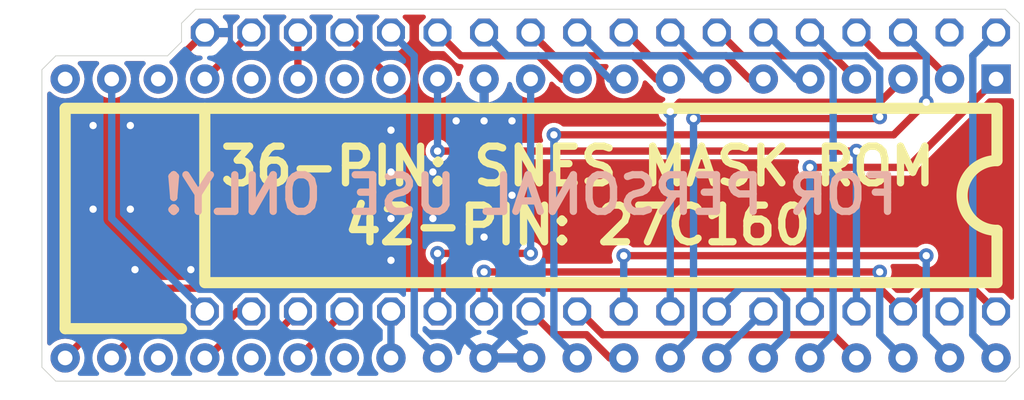
<source format=kicad_pcb>
(kicad_pcb (version 20240108) (generator "pcbnew") (generator_version "8.0")
  (layers (0 "F.Cu" signal) (31 "B.Cu" signal) (34 "B.Paste" user) (35 "F.Paste" user) (36 "B.SilkS" user "B.Silkscreen") (37 "F.SilkS" user "F.Silkscreen") (38 "B.Mask" user) (39 "F.Mask" user) (44 "Edge.Cuts" user))
  (net 0 "")
  (net 1 "VCC")
  (net 2 "GND")
  (net 3 "/~{OE}")
  (net 4 "/A_{17}")
  (net 5 "/A_{15}")
  (net 6 "/A_{14}")
  (net 7 "/A_{19}")
  (net 8 "/D_{6}")
  (net 9 "/D_{2}")
  (net 10 "/A_{8}")
  (net 12 "/~{CE}")
  (net 13 "/D_{1}")
  (net 14 "/A_{3}")
  (net 15 "/A_{7}")
  (net 16 "/A_{5}")
  (net 17 "/D_{4}")
  (net 18 "/D_{0}")
  (net 19 "/A_{20}")
  (net 20 "/A_{6}")
  (net 21 "/A_{12}")
  (net 22 "/D_{3}")
  (net 23 "/A_{0}")
  (net 24 "/A_{10}")
  (net 25 "/A_{18}")
  (net 26 "/A_{4}")
  (net 27 "/A_{11}")
  (net 28 "/A_{16}")
  (net 30 "/A_{1}")
  (net 31 "/D_{5}")
  (net 32 "/A_{2}")
  (net 33 "/A_{9}")
  (net 34 "/A_{13}")
  (net 35 "/D_{7}")
  (footprint "Bucketmouse:DIP-42_W15.24mm" (layer "F.Cu") (at 191.516 122.174 -90)
    (property "Reference" "U1" (hide yes))
    (property "Value" "27C160")
    (pad "1" thru_hole rect (at 0 0 270) (size 1.6 1.6) (drill 0.8) (layers "*.Cu" "*.Mask") (net 7 "/A_{19}"))
    (pad "2" thru_hole oval (at 0 2.54 270) (size 1.6 1.6) (drill 0.8) (layers "*.Cu" "*.Mask") (net 25 "/A_{18}"))
    (pad "3" thru_hole oval (at 0 5.08 270) (size 1.6 1.6) (drill 0.8) (layers "*.Cu" "*.Mask") (net 10 "/A_{8}"))
    (pad "4" thru_hole oval (at 0 7.62 270) (size 1.6 1.6) (drill 0.8) (layers "*.Cu" "*.Mask") (net 15 "/A_{7}"))
    (pad "5" thru_hole oval (at 0 10.16 270) (size 1.6 1.6) (drill 0.8) (layers "*.Cu" "*.Mask") (net 20 "/A_{6}"))
    (pad "6" thru_hole oval (at 0 12.7 270) (size 1.6 1.6) (drill 0.8) (layers "*.Cu" "*.Mask") (net 16 "/A_{5}"))
    (pad "7" thru_hole oval (at 0 15.24 270) (size 1.6 1.6) (drill 0.8) (layers "*.Cu" "*.Mask") (net 26 "/A_{4}"))
    (pad "8" thru_hole oval (at 0 17.78 270) (size 1.6 1.6) (drill 0.8) (layers "*.Cu" "*.Mask") (net 14 "/A_{3}"))
    (pad "9" thru_hole oval (at 0 20.32 270) (size 1.6 1.6) (drill 0.8) (layers "*.Cu" "*.Mask") (net 32 "/A_{2}"))
    (pad "10" thru_hole oval (at 0 22.86 270) (size 1.6 1.6) (drill 0.8) (layers "*.Cu" "*.Mask") (net 30 "/A_{1}"))
    (pad "11" thru_hole oval (at 0 25.4 270) (size 1.6 1.6) (drill 0.8) (layers "*.Cu" "*.Mask") (net 12 "/~{CE}"))
    (pad "12" thru_hole oval (at 0 27.94 270) (size 1.6 1.6) (drill 0.8) (layers "*.Cu" "*.Mask") (net 2 "GND"))
    (pad "13" thru_hole oval (at 0 30.48 270) (size 1.6 1.6) (drill 0.8) (layers "*.Cu" "*.Mask") (net 3 "/~{OE}"))
    (pad "14" thru_hole oval (at 0 33.02 270) (size 1.6 1.6) (drill 0.8) (layers "*.Cu" "*.Mask") (net 18 "/D_{0}"))
    (pad "15" thru_hole oval (at 0 35.56 270) (size 1.6 1.6) (drill 0.8) (layers "*.Cu" "*.Mask"))
    (pad "16" thru_hole oval (at 0 38.1 270) (size 1.6 1.6) (drill 0.8) (layers "*.Cu" "*.Mask") (net 13 "/D_{1}"))
    (pad "17" thru_hole oval (at 0 40.64 270) (size 1.6 1.6) (drill 0.8) (layers "*.Cu" "*.Mask"))
    (pad "18" thru_hole oval (at 0 43.18 270) (size 1.6 1.6) (drill 0.8) (layers "*.Cu" "*.Mask") (net 9 "/D_{2}"))
    (pad "19" thru_hole oval (at 0 45.72 270) (size 1.6 1.6) (drill 0.8) (layers "*.Cu" "*.Mask"))
    (pad "20" thru_hole oval (at 0 48.26 270) (size 1.6 1.6) (drill 0.8) (layers "*.Cu" "*.Mask") (net 22 "/D_{3}"))
    (pad "21" thru_hole oval (at 0 50.8 270) (size 1.6 1.6) (drill 0.8) (layers "*.Cu" "*.Mask"))
    (pad "22" thru_hole oval (at 15.24 50.8 270) (size 1.6 1.6) (drill 0.8) (layers "*.Cu" "*.Mask") (net 1 "VCC"))
    (pad "23" thru_hole oval (at 15.24 48.26 270) (size 1.6 1.6) (drill 0.8) (layers "*.Cu" "*.Mask") (net 17 "/D_{4}"))
    (pad "24" thru_hole oval (at 15.24 45.72 270) (size 1.6 1.6) (drill 0.8) (layers "*.Cu" "*.Mask"))
    (pad "25" thru_hole oval (at 15.24 43.18 270) (size 1.6 1.6) (drill 0.8) (layers "*.Cu" "*.Mask") (net 31 "/D_{5}"))
    (pad "26" thru_hole oval (at 15.24 40.64 270) (size 1.6 1.6) (drill 0.8) (layers "*.Cu" "*.Mask"))
    (pad "27" thru_hole oval (at 15.24 38.1 270) (size 1.6 1.6) (drill 0.8) (layers "*.Cu" "*.Mask") (net 8 "/D_{6}"))
    (pad "28" thru_hole oval (at 15.24 35.56 270) (size 1.6 1.6) (drill 0.8) (layers "*.Cu" "*.Mask"))
    (pad "29" thru_hole oval (at 15.24 33.02 270) (size 1.6 1.6) (drill 0.8) (layers "*.Cu" "*.Mask") (net 35 "/D_{7}"))
    (pad "30" thru_hole oval (at 15.24 30.48 270) (size 1.6 1.6) (drill 0.8) (layers "*.Cu" "*.Mask") (net 23 "/A_{0}"))
    (pad "31" thru_hole oval (at 15.24 27.94 270) (size 1.6 1.6) (drill 0.8) (layers "*.Cu" "*.Mask") (net 2 "GND"))
    (pad "32" thru_hole oval (at 15.24 25.4 270) (size 1.6 1.6) (drill 0.8) (layers "*.Cu" "*.Mask") (net 2 "GND"))
    (pad "33" thru_hole oval (at 15.24 22.86 270) (size 1.6 1.6) (drill 0.8) (layers "*.Cu" "*.Mask") (net 4 "/A_{17}"))
    (pad "34" thru_hole oval (at 15.24 20.32 270) (size 1.6 1.6) (drill 0.8) (layers "*.Cu" "*.Mask") (net 28 "/A_{16}"))
    (pad "35" thru_hole oval (at 15.24 17.78 270) (size 1.6 1.6) (drill 0.8) (layers "*.Cu" "*.Mask") (net 5 "/A_{15}"))
    (pad "36" thru_hole oval (at 15.24 15.24 270) (size 1.6 1.6) (drill 0.8) (layers "*.Cu" "*.Mask") (net 6 "/A_{14}"))
    (pad "37" thru_hole oval (at 15.24 12.7 270) (size 1.6 1.6) (drill 0.8) (layers "*.Cu" "*.Mask") (net 34 "/A_{13}"))
    (pad "38" thru_hole oval (at 15.24 10.16 270) (size 1.6 1.6) (drill 0.8) (layers "*.Cu" "*.Mask") (net 21 "/A_{12}"))
    (pad "39" thru_hole oval (at 15.24 7.62 270) (size 1.6 1.6) (drill 0.8) (layers "*.Cu" "*.Mask") (net 27 "/A_{11}"))
    (pad "40" thru_hole oval (at 15.24 5.08 270) (size 1.6 1.6) (drill 0.8) (layers "*.Cu" "*.Mask") (net 24 "/A_{10}"))
    (pad "41" thru_hole oval (at 15.24 2.54 270) (size 1.6 1.6) (drill 0.8) (layers "*.Cu" "*.Mask") (net 33 "/A_{9}"))
    (pad "42" thru_hole oval (at 15.24 0 270) (size 1.6 1.6) (drill 0.8) (layers "*.Cu" "*.Mask") (net 19 "/A_{20}"))
  )
  (footprint "Bucketmouse:36-PDIP_ROUND" (layer "F.Cu") (at 169.926 127.254)
    (property "Reference" "P1" (hide yes))
    (property "Value" "29F016")
    (pad "1" thru_hole roundrect (at 21.59 -7.62 270) (size 1.524 1.524) (drill 1.016) (layers "*.Cu" "*.Mask") (chamfer_ratio 0.29) (chamfer top_left top_right bottom_left bottom_right) (net 19 "/A_{20}"))
    (pad "2" thru_hole roundrect (at 19.05 -7.62 270) (size 1.524 1.524) (drill 1.016) (layers "*.Cu" "*.Mask") (chamfer_ratio 0.29) (chamfer top_left top_right bottom_left bottom_right))
    (pad "3" thru_hole roundrect (at 16.51 -7.62 270) (size 1.524 1.524) (drill 1.016) (layers "*.Cu" "*.Mask") (chamfer_ratio 0.29) (chamfer top_left top_right bottom_left bottom_right) (net 4 "/A_{17}"))
    (pad "4" thru_hole roundrect (at 13.97 -7.62 270) (size 1.524 1.524) (drill 1.016) (layers "*.Cu" "*.Mask") (chamfer_ratio 0.29) (chamfer top_left top_right bottom_left bottom_right) (net 25 "/A_{18}"))
    (pad "5" thru_hole roundrect (at 11.43 -7.62 270) (size 1.524 1.524) (drill 1.016) (layers "*.Cu" "*.Mask") (chamfer_ratio 0.29) (chamfer top_left top_right bottom_left bottom_right) (net 5 "/A_{15}"))
    (pad "6" thru_hole roundrect (at 8.89 -7.62 270) (size 1.524 1.524) (drill 1.016) (layers "*.Cu" "*.Mask") (chamfer_ratio 0.29) (chamfer top_left top_right bottom_left bottom_right) (net 21 "/A_{12}"))
    (pad "7" thru_hole roundrect (at 6.35 -7.62 270) (size 1.524 1.524) (drill 1.016) (layers "*.Cu" "*.Mask") (chamfer_ratio 0.29) (chamfer top_left top_right bottom_left bottom_right) (net 15 "/A_{7}"))
    (pad "8" thru_hole roundrect (at 3.81 -7.62 270) (size 1.524 1.524) (drill 1.016) (layers "*.Cu" "*.Mask") (chamfer_ratio 0.29) (chamfer top_left top_right bottom_left bottom_right) (net 20 "/A_{6}"))
    (pad "9" thru_hole roundrect (at 1.27 -7.62 270) (size 1.524 1.524) (drill 1.016) (layers "*.Cu" "*.Mask") (chamfer_ratio 0.29) (chamfer top_left top_right bottom_left bottom_right) (net 16 "/A_{5}"))
    (pad "10" thru_hole roundrect (at -1.27 -7.62 270) (size 1.524 1.524) (drill 1.016) (layers "*.Cu" "*.Mask") (chamfer_ratio 0.29) (chamfer top_left top_right bottom_left bottom_right) (net 26 "/A_{4}"))
    (pad "11" thru_hole roundrect (at -3.81 -7.62 270) (size 1.524 1.524) (drill 1.016) (layers "*.Cu" "*.Mask") (chamfer_ratio 0.29) (chamfer top_left top_right bottom_left bottom_right) (net 14 "/A_{3}"))
    (pad "12" thru_hole roundrect (at -6.35 -7.62 270) (size 1.524 1.524) (drill 1.016) (layers "*.Cu" "*.Mask") (chamfer_ratio 0.29) (chamfer top_left top_right bottom_left bottom_right) (net 32 "/A_{2}"))
    (pad "13" thru_hole roundrect (at -8.89 -7.62 270) (size 1.524 1.524) (drill 1.016) (layers "*.Cu" "*.Mask") (chamfer_ratio 0.29) (chamfer top_left top_right bottom_left bottom_right) (net 30 "/A_{1}"))
    (pad "14" thru_hole roundrect (at -11.43 -7.62 270) (size 1.524 1.524) (drill 1.016) (layers "*.Cu" "*.Mask") (chamfer_ratio 0.29) (chamfer top_left top_right bottom_left bottom_right) (net 23 "/A_{0}"))
    (pad "15" thru_hole roundrect (at -13.97 -7.62 270) (size 1.524 1.524) (drill 1.016) (layers "*.Cu" "*.Mask") (chamfer_ratio 0.29) (chamfer top_left top_right bottom_left bottom_right) (net 18 "/D_{0}"))
    (pad "16" thru_hole roundrect (at -16.51 -7.62 270) (size 1.524 1.524) (drill 1.016) (layers "*.Cu" "*.Mask") (chamfer_ratio 0.29) (chamfer top_left top_right bottom_left bottom_right) (net 13 "/D_{1}"))
    (pad "17" thru_hole roundrect (at -19.05 -7.62 270) (size 1.524 1.524) (drill 1.016) (layers "*.Cu" "*.Mask") (chamfer_ratio 0.29) (chamfer top_left top_right bottom_left bottom_right) (net 9 "/D_{2}"))
    (pad "18" thru_hole roundrect (at -21.59 -7.62 270) (size 1.524 1.524) (drill 1.016) (layers "*.Cu" "*.Mask") (chamfer_ratio 0.29) (chamfer top_left top_right bottom_left bottom_right) (net 2 "GND"))
    (pad "19" thru_hole roundrect (at -21.59 7.62 90) (size 1.524 1.524) (drill 1.016) (layers "*.Cu" "*.Mask") (chamfer_ratio 0.29) (chamfer top_left top_right bottom_left bottom_right) (net 22 "/D_{3}"))
    (pad "20" thru_hole roundrect (at -19.05 7.62 90) (size 1.524 1.524) (drill 1.016) (layers "*.Cu" "*.Mask") (chamfer_ratio 0.29) (chamfer top_left top_right bottom_left bottom_right) (net 17 "/D_{4}"))
    (pad "21" thru_hole roundrect (at -16.51 7.62 90) (size 1.524 1.524) (drill 1.016) (layers "*.Cu" "*.Mask") (chamfer_ratio 0.29) (chamfer top_left top_right bottom_left bottom_right) (net 31 "/D_{5}"))
    (pad "22" thru_hole roundrect (at -13.97 7.62 90) (size 1.524 1.524) (drill 1.016) (layers "*.Cu" "*.Mask") (chamfer_ratio 0.29) (chamfer top_left top_right bottom_left bottom_right) (net 8 "/D_{6}"))
    (pad "23" thru_hole roundrect (at -11.43 7.62 90) (size 1.524 1.524) (drill 1.016) (layers "*.Cu" "*.Mask") (chamfer_ratio 0.29) (chamfer top_left top_right bottom_left bottom_right) (net 35 "/D_{7}"))
    (pad "24" thru_hole roundrect (at -8.89 7.62 90) (size 1.524 1.524) (drill 1.016) (layers "*.Cu" "*.Mask") (chamfer_ratio 0.29) (chamfer top_left top_right bottom_left bottom_right) (net 12 "/~{CE}"))
    (pad "25" thru_hole roundrect (at -6.35 7.62 90) (size 1.524 1.524) (drill 1.016) (layers "*.Cu" "*.Mask") (chamfer_ratio 0.29) (chamfer top_left top_right bottom_left bottom_right) (net 24 "/A_{10}"))
    (pad "26" thru_hole roundrect (at -3.81 7.62 90) (size 1.524 1.524) (drill 1.016) (layers "*.Cu" "*.Mask") (chamfer_ratio 0.29) (chamfer top_left top_right bottom_left bottom_right) (net 28 "/A_{16}"))
    (pad "27" thru_hole roundrect (at -1.27 7.62 90) (size 1.524 1.524) (drill 1.016) (layers "*.Cu" "*.Mask") (chamfer_ratio 0.29) (chamfer top_left top_right bottom_left bottom_right) (net 27 "/A_{11}"))
    (pad "28" thru_hole roundrect (at 1.27 7.62 90) (size 1.524 1.524) (drill 1.016) (layers "*.Cu" "*.Mask") (chamfer_ratio 0.29) (chamfer top_left top_right bottom_left bottom_right) (net 33 "/A_{9}"))
    (pad "29" thru_hole roundrect (at 3.81 7.62 90) (size 1.524 1.524) (drill 1.016) (layers "*.Cu" "*.Mask") (chamfer_ratio 0.29) (chamfer top_left top_right bottom_left bottom_right) (net 10 "/A_{8}"))
    (pad "30" thru_hole roundrect (at 6.35 7.62 90) (size 1.524 1.524) (drill 1.016) (layers "*.Cu" "*.Mask") (chamfer_ratio 0.29) (chamfer top_left top_right bottom_left bottom_right) (net 34 "/A_{13}"))
    (pad "31" thru_hole roundrect (at 8.89 7.62 90) (size 1.524 1.524) (drill 1.016) (layers "*.Cu" "*.Mask") (chamfer_ratio 0.29) (chamfer top_left top_right bottom_left bottom_right) (net 6 "/A_{14}"))
    (pad "32" thru_hole roundrect (at 11.43 7.62 90) (size 1.524 1.524) (drill 1.016) (layers "*.Cu" "*.Mask") (chamfer_ratio 0.29) (chamfer top_left top_right bottom_left bottom_right) (net 7 "/A_{19}"))
    (pad "33" thru_hole roundrect (at 13.97 7.62 90) (size 1.524 1.524) (drill 1.016) (layers "*.Cu" "*.Mask") (chamfer_ratio 0.29) (chamfer top_left top_right bottom_left bottom_right) (net 3 "/~{OE}"))
    (pad "34" thru_hole roundrect (at 16.51 7.62 90) (size 1.524 1.524) (drill 1.016) (layers "*.Cu" "*.Mask") (chamfer_ratio 0.29) (chamfer top_left top_right bottom_left bottom_right) (net 1 "VCC"))
    (pad "35" thru_hole roundrect (at 19.05 7.62 90) (size 1.524 1.524) (drill 1.016) (layers "*.Cu" "*.Mask") (chamfer_ratio 0.29) (chamfer top_left top_right bottom_left bottom_right))
    (pad "36" thru_hole roundrect (at 21.59 7.62 90) (size 1.524 1.524) (drill 1.016) (layers "*.Cu" "*.Mask") (chamfer_ratio 0.29) (chamfer top_left top_right bottom_left bottom_right) (net 1 "VCC"))
  )
  (gr_line (start 148.3868 133.2992) (end 191.5668 133.2992) (stroke (width 0.6096)) (layer "F.SilkS"))
  (gr_line (start 140.716 123.7742) (end 191.5668 123.7742) (stroke (width 0.6096)) (layer "F.SilkS"))
  (gr_line (start 140.716 123.7869) (end 140.716 135.8138) (stroke (width 0.6096)) (layer "F.SilkS"))
  (gr_line (start 140.716 135.8138) (end 147.066 135.8138) (stroke (width 0.6096)) (layer "F.SilkS"))
  (gr_line (start 191.5668 123.7742) (end 191.5668 126.6317) (stroke (width 0.6096)) (layer "F.SilkS"))
  (gr_arc (start 191.5668 130.4417) (mid 189.6618 128.5367) (end 191.5668 126.6317) (stroke (width 0.6096)) (layer "F.SilkS"))
  (gr_line (start 148.336 123.7742) (end 148.336 133.2992) (stroke (width 0.6096)) (layer "F.SilkS"))
  (gr_line (start 191.5668 130.4417) (end 191.5668 133.2992) (stroke (width 0.6096)) (layer "F.SilkS"))
  (gr_line (start 139.446 137.922) (end 139.446 121.666) (stroke (width 0.05)) (layer "Edge.Cuts"))
  (gr_line (start 147.066 120.142) (end 147.066 119.126) (stroke (width 0.05)) (layer "Edge.Cuts"))
  (gr_line (start 140.208 138.684) (end 139.446 137.922) (stroke (width 0.05)) (layer "Edge.Cuts"))
  (gr_line (start 140.208 138.684) (end 192.024 138.684) (stroke (width 0.05)) (layer "Edge.Cuts"))
  (gr_line (start 147.066 119.126) (end 147.828 118.364) (stroke (width 0.05)) (layer "Edge.Cuts"))
  (gr_line (start 147.828 118.364) (end 192.024 118.364) (stroke (width 0.05)) (layer "Edge.Cuts"))
  (gr_line (start 192.786 119.126) (end 192.024 118.364) (stroke (width 0.05)) (layer "Edge.Cuts"))
  (gr_line (start 139.446 121.666) (end 140.208 120.904) (stroke (width 0.05)) (layer "Edge.Cuts"))
  (gr_line (start 192.786 137.922) (end 192.786 119.126) (stroke (width 0.05)) (layer "Edge.Cuts"))
  (gr_line (start 192.024 138.684) (end 192.786 137.922) (stroke (width 0.05)) (layer "Edge.Cuts"))
  (gr_line (start 140.208 120.904) (end 146.304 120.904) (stroke (width 0.05)) (layer "Edge.Cuts"))
  (gr_line (start 146.304 120.904) (end 147.066 120.142) (stroke (width 0.05)) (layer "Edge.Cuts"))
  (gr_text "FOR PERSONAL USE ONLY!" (at 166.116 128.4986 0) (layer "B.SilkS") (effects (font (size 2 2) (thickness 0.4) (bold yes)) (justify mirror)))
  (gr_text "36-PIN: SNES MASK ROM\n42-PIN: 27C160" (at 168.6814 128.5494 0) (layer "F.SilkS") (effects (font (size 2 2) (thickness 0.4) (bold yes))))
  (segment (start 190.246 133.604) (end 187.706 133.604) (width 0.4) (layer "F.Cu") (net 1))
  (segment (start 187.706 133.604) (end 186.436 134.874) (width 0.4) (layer "F.Cu") (net 1))
  (segment (start 186.436 134.874) (end 185.166 133.604) (width 0.4) (layer "F.Cu") (net 1))
  (segment (start 144.526 133.604) (end 140.716 137.414) (width 0.4) (layer "F.Cu") (net 1))
  (segment (start 191.516 134.874) (end 190.246 133.604) (width 0.4) (layer "F.Cu") (net 1))
  (segment (start 185.166 133.604) (end 144.526 133.604) (width 0.4) (layer "F.Cu") (net 1))
  (segment (start 148.336 119.634) (end 147.066 120.904) (width 0.4) (layer "F.Cu") (net 2))
  (via (at 163.576 124.46) (size 0.8) (drill 0.4) (layers "F.Cu" "B.Cu") (net 2))
  (via (at 163.576 130.81) (size 0.8) (drill 0.4) (layers "F.Cu" "B.Cu") (net 2))
  (via (at 158.496 124.968) (size 0.8) (drill 0.4) (layers "F.Cu" "B.Cu") (net 2))
  (via (at 158.496 132.08) (size 0.8) (drill 0.4) (layers "F.Cu" "B.Cu") (net 2))
  (via (at 165.1 124.46) (size 0.8) (drill 0.4) (layers "F.Cu" "B.Cu") (net 2))
  (via (at 160.782 129.794) (size 0.8) (drill 0.4) (layers "F.Cu" "B.Cu") (net 2))
  (via (at 147.574 132.588) (size 0.8) (drill 0.4) (layers "F.Cu" "B.Cu") (net 2))
  (via (at 144.272 124.714) (size 0.8) (drill 0.4) (layers "F.Cu" "B.Cu") (net 2))
  (via (at 158.496 127.254) (size 0.8) (drill 0.4) (layers "F.Cu" "B.Cu") (net 2))
  (via (at 165.1 128.524) (size 0.8) (drill 0.4) (layers "F.Cu" "B.Cu") (net 2))
  (via (at 162.052 124.46) (size 0.8) (drill 0.4) (layers "F.Cu" "B.Cu") (net 2))
  (via (at 144.272 129.286) (size 0.8) (drill 0.4) (layers "F.Cu" "B.Cu") (net 2))
  (via (at 158.496 129.794) (size 0.8) (drill 0.4) (layers "F.Cu" "B.Cu") (net 2))
  (via (at 142.24 124.714) (size 0.8) (drill 0.4) (layers "F.Cu" "B.Cu") (net 2))
  (via (at 144.526 132.588) (size 0.8) (drill 0.4) (layers "F.Cu" "B.Cu") (net 2))
  (via (at 160.782 127.254) (size 0.8) (drill 0.4) (layers "F.Cu" "B.Cu") (net 2))
  (via (at 142.24 129.286) (size 0.8) (drill 0.4) (layers "F.Cu" "B.Cu") (net 2))
  (segment (start 163.576 124.46) (end 163.576 122.174) (width 0.4) (layer "B.Cu") (net 2))
  (segment (start 163.576 137.414) (end 164.846 136.144) (width 0.4) (layer "B.Cu") (net 2))
  (segment (start 163.576 137.414) (end 162.306 136.144) (width 0.4) (layer "B.Cu") (net 2))
  (segment (start 162.306 125.73) (end 163.576 124.46) (width 0.4) (layer "B.Cu") (net 2))
  (segment (start 164.846 136.144) (end 166.116 137.414) (width 0.4) (layer "B.Cu") (net 2))
  (segment (start 162.306 136.144) (end 162.306 125.73) (width 0.4) (layer "B.Cu") (net 2))
  (segment (start 161.036 126.111) (end 183.896 126.111) (width 0.4) (layer "F.Cu") (net 3))
  (via (at 183.896 126.111) (size 0.8) (drill 0.4) (layers "F.Cu" "B.Cu") (net 3))
  (via (at 161.036 126.111) (size 0.8) (drill 0.4) (layers "F.Cu" "B.Cu") (net 3))
  (segment (start 183.896 134.874) (end 183.896 126.111) (width 0.4) (layer "B.Cu") (net 3))
  (segment (start 161.036 122.174) (end 161.036 126.111) (width 0.4) (layer "B.Cu") (net 3))
  (segment (start 185.928 125.222) (end 167.386 125.222) (width 0.4) (layer "F.Cu") (net 4))
  (segment (start 187.706 123.444) (end 185.928 125.222) (width 0.4) (layer "F.Cu") (net 4))
  (via (at 187.706 123.444) (size 0.8) (drill 0.4) (layers "F.Cu" "B.Cu") (net 4))
  (via (at 167.386 125.222) (size 0.8) (drill 0.4) (layers "F.Cu" "B.Cu") (net 4))
  (segment (start 167.386 125.222) (end 167.386 136.144) (width 0.4) (layer "B.Cu") (net 4))
  (segment (start 187.706 120.904) (end 186.436 119.634) (width 0.4) (layer "B.Cu") (net 4))
  (segment (start 167.386 136.144) (end 168.656 137.414) (width 0.4) (layer "B.Cu") (net 4))
  (segment (start 187.706 123.444) (end 187.706 120.904) (width 0.4) (layer "B.Cu") (net 4))
  (segment (start 185.077 124.333) (end 175.006 124.333) (width 0.4) (layer "F.Cu") (net 5))
  (segment (start 185.166 124.244) (end 185.077 124.333) (width 0.4) (layer "F.Cu") (net 5))
  (via (at 175.006 124.333) (size 0.8) (drill 0.4) (layers "F.Cu" "B.Cu") (net 5))
  (via (at 185.166 124.244) (size 0.8) (drill 0.4) (layers "F.Cu" "B.Cu") (net 5))
  (segment (start 175.006 136.144) (end 173.736 137.414) (width 0.4) (layer "B.Cu") (net 5))
  (segment (start 185.166 124.244) (end 185.166 121.666) (width 0.4) (layer "B.Cu") (net 5))
  (segment (start 182.753 120.904) (end 181.483 119.634) (width 0.4) (layer "B.Cu") (net 5))
  (segment (start 184.404 120.904) (end 182.753 120.904) (width 0.4) (layer "B.Cu") (net 5))
  (segment (start 175.006 124.333) (end 175.006 136.144) (width 0.4) (layer "B.Cu") (net 5))
  (segment (start 181.483 119.634) (end 181.356 119.634) (width 0.4) (layer "B.Cu") (net 5))
  (segment (start 185.166 121.666) (end 184.404 120.904) (width 0.4) (layer "B.Cu") (net 5))
  (segment (start 178.816 134.874) (end 176.276 137.414) (width 0.4) (layer "B.Cu") (net 6))
  (segment (start 186.69 127) (end 191.516 122.174) (width 0.4) (layer "F.Cu") (net 7))
  (segment (start 181.356 127) (end 186.69 127) (width 0.4) (layer "F.Cu") (net 7))
  (via (at 181.356 127) (size 0.8) (drill 0.4) (layers "F.Cu" "B.Cu") (net 7))
  (segment (start 181.356 134.874) (end 181.356 127) (width 0.4) (layer "B.Cu") (net 7))
  (segment (start 153.416 137.414) (end 155.956 134.874) (width 0.4) (layer "F.Cu") (net 8))
  (segment (start 150.876 119.634) (end 148.336 122.174) (width 0.4) (layer "F.Cu") (net 9))
  (segment (start 173.736 123.952) (end 174.244 123.444) (width 0.4) (layer "F.Cu") (net 10))
  (segment (start 174.244 123.444) (end 185.166 123.444) (width 0.4) (layer "F.Cu") (net 10))
  (segment (start 185.166 123.444) (end 186.436 122.174) (width 0.4) (layer "F.Cu") (net 10))
  (via (at 173.736 123.952) (size 0.8) (drill 0.4) (layers "F.Cu" "B.Cu") (net 10))
  (segment (start 173.736 123.952) (end 173.736 134.874) (width 0.4) (layer "B.Cu") (net 10))
  (segment (start 161.036 131.699) (end 166.116 131.699) (width 0.4) (layer "F.Cu") (net 12))
  (via (at 166.116 131.699) (size 0.8) (drill 0.4) (layers "F.Cu" "B.Cu") (net 12))
  (via (at 161.036 131.699) (size 0.8) (drill 0.4) (layers "F.Cu" "B.Cu") (net 12))
  (segment (start 166.116 122.174) (end 166.116 131.699) (width 0.4) (layer "B.Cu") (net 12))
  (segment (start 161.036 134.874) (end 161.036 131.699) (width 0.4) (layer "B.Cu") (net 12))
  (segment (start 153.416 119.634) (end 153.416 122.174) (width 0.4) (layer "F.Cu") (net 13))
  (segment (start 166.786 120.304) (end 166.791585 120.304) (width 0.4) (layer "F.Cu") (net 14))
  (segment (start 172.974 122.174) (end 173.736 122.174) (width 0.4) (layer "F.Cu") (net 14))
  (segment (start 171.704 120.904) (end 172.974 122.174) (width 0.4) (layer "F.Cu") (net 14))
  (segment (start 166.116 119.634) (end 166.786 120.304) (width 0.4) (layer "F.Cu") (net 14))
  (segment (start 166.791585 120.304) (end 167.391585 120.904) (width 0.4) (layer "F.Cu") (net 14))
  (segment (start 167.391585 120.904) (end 171.704 120.904) (width 0.4) (layer "F.Cu") (net 14))
  (segment (start 176.403 119.634) (end 177.673 120.904) (width 0.4) (layer "F.Cu") (net 15))
  (segment (start 182.626 120.904) (end 183.896 122.174) (width 0.4) (layer "F.Cu") (net 15))
  (segment (start 177.673 120.904) (end 182.626 120.904) (width 0.4) (layer "F.Cu") (net 15))
  (segment (start 176.276 119.634) (end 176.403 119.634) (width 0.4) (layer "F.Cu") (net 15))
  (segment (start 171.323 119.634) (end 172.593 120.904) (width 0.4) (layer "F.Cu") (net 16))
  (segment (start 178.054 122.174) (end 178.816 122.174) (width 0.4) (layer "F.Cu") (net 16))
  (segment (start 172.593 120.904) (end 176.784 120.904) (width 0.4) (layer "F.Cu") (net 16))
  (segment (start 171.196 119.634) (end 171.323 119.634) (width 0.4) (layer "F.Cu") (net 16))
  (segment (start 176.784 120.904) (end 178.054 122.174) (width 0.4) (layer "F.Cu") (net 16))
  (segment (start 148.844 136.144) (end 150.114 134.874) (width 0.4) (layer "F.Cu") (net 17))
  (segment (start 144.526 136.144) (end 148.844 136.144) (width 0.4) (layer "F.Cu") (net 17))
  (segment (start 143.256 137.414) (end 144.526 136.144) (width 0.4) (layer "F.Cu") (net 17))
  (segment (start 150.114 134.874) (end 150.876 134.874) (width 0.4) (layer "F.Cu") (net 17))
  (segment (start 155.956 119.634) (end 158.496 122.174) (width 0.4) (layer "F.Cu") (net 18))
  (segment (start 190.246 120.904) (end 190.246 136.144) (width 0.4) (layer "B.Cu") (net 19))
  (segment (start 191.516 119.634) (end 190.246 120.904) (width 0.4) (layer "B.Cu") (net 19))
  (segment (start 190.246 136.144) (end 191.516 137.414) (width 0.4) (layer "B.Cu") (net 19))
  (segment (start 175.133 120.904) (end 179.324 120.904) (width 0.4) (layer "B.Cu") (net 20))
  (segment (start 173.736 119.634) (end 173.863 119.634) (width 0.4) (layer "B.Cu") (net 20))
  (segment (start 173.863 119.634) (end 175.133 120.904) (width 0.4) (layer "B.Cu") (net 20))
  (segment (start 180.594 122.174) (end 181.356 122.174) (width 0.4) (layer "B.Cu") (net 20))
  (segment (start 179.324 120.904) (end 180.594 122.174) (width 0.4) (layer "B.Cu") (net 20))
  (segment (start 178.816 119.634) (end 178.943 119.634) (width 0.4) (layer "B.Cu") (net 21))
  (segment (start 181.887029 120.904) (end 182.626 121.642971) (width 0.4) (layer "B.Cu") (net 21))
  (segment (start 182.626 121.642971) (end 182.626 136.144) (width 0.4) (layer "B.Cu") (net 21))
  (segment (start 182.626 136.144) (end 181.356 137.414) (width 0.4) (layer "B.Cu") (net 21))
  (segment (start 180.213 120.904) (end 181.887029 120.904) (width 0.4) (layer "B.Cu") (net 21))
  (segment (start 178.943 119.634) (end 180.213 120.904) (width 0.4) (layer "B.Cu") (net 21))
  (segment (start 143.256 122.174) (end 143.256 129.794) (width 0.4) (layer "B.Cu") (net 22))
  (segment (start 143.256 129.794) (end 148.336 134.874) (width 0.4) (layer "B.Cu") (net 22))
  (segment (start 159.766 120.904) (end 159.766 136.144) (width 0.4) (layer "B.Cu") (net 23))
  (segment (start 158.496 119.634) (end 159.766 120.904) (width 0.4) (layer "B.Cu") (net 23))
  (segment (start 159.766 136.144) (end 161.036 137.414) (width 0.4) (layer "B.Cu") (net 23))
  (segment (start 163.576 132.715) (end 185.166 132.715) (width 0.4) (layer "F.Cu") (net 24))
  (via (at 185.166 132.715) (size 0.8) (drill 0.4) (layers "F.Cu" "B.Cu") (net 24))
  (via (at 163.576 132.715) (size 0.8) (drill 0.4) (layers "F.Cu" "B.Cu") (net 24))
  (segment (start 163.576 132.715) (end 163.576 134.874) (width 0.4) (layer "B.Cu") (net 24))
  (segment (start 185.166 136.144) (end 185.166 132.715) (width 0.4) (layer "B.Cu") (net 24))
  (segment (start 186.436 137.414) (end 185.166 136.144) (width 0.4) (layer "B.Cu") (net 24))
  (segment (start 187.706 120.904) (end 188.976 122.174) (width 0.4) (layer "F.Cu") (net 25))
  (segment (start 183.896 119.634) (end 185.166 120.904) (width 0.4) (layer "F.Cu") (net 25))
  (segment (start 185.166 120.904) (end 187.706 120.904) (width 0.4) (layer "F.Cu") (net 25))
  (segment (start 170.053 120.904) (end 174.244 120.904) (width 0.4) (layer "B.Cu") (net 26))
  (segment (start 168.783 119.634) (end 170.053 120.904) (width 0.4) (layer "B.Cu") (net 26))
  (segment (start 175.514 122.174) (end 176.276 122.174) (width 0.4) (layer "B.Cu") (net 26))
  (segment (start 168.656 119.634) (end 168.783 119.634) (width 0.4) (layer "B.Cu") (net 26))
  (segment (start 174.244 120.904) (end 175.514 122.174) (width 0.4) (layer "B.Cu") (net 26))
  (segment (start 168.656 134.874) (end 168.783 134.874) (width 0.4) (layer "F.Cu") (net 27))
  (segment (start 170.053 136.144) (end 182.626 136.144) (width 0.4) (layer "F.Cu") (net 27))
  (segment (start 182.626 136.144) (end 183.896 137.414) (width 0.4) (layer "F.Cu") (net 27))
  (segment (start 168.783 134.874) (end 170.053 136.144) (width 0.4) (layer "F.Cu") (net 27))
  (segment (start 167.386 136.144) (end 169.164 136.144) (width 0.4) (layer "F.Cu") (net 28))
  (segment (start 170.434 137.414) (end 171.196 137.414) (width 0.4) (layer "F.Cu") (net 28))
  (segment (start 169.164 136.144) (end 170.434 137.414) (width 0.4) (layer "F.Cu") (net 28))
  (segment (start 166.116 134.874) (end 167.386 136.144) (width 0.4) (layer "F.Cu") (net 28))
  (segment (start 162.306 120.904) (end 166.543057 120.904) (width 0.4) (layer "F.Cu") (net 30))
  (segment (start 166.543057 120.904) (end 167.813057 122.174) (width 0.4) (layer "F.Cu") (net 30))
  (segment (start 161.036 119.634) (end 162.306 120.904) (width 0.4) (layer "F.Cu") (net 30))
  (segment (start 167.813057 122.174) (end 168.656 122.174) (width 0.4) (layer "F.Cu") (net 30))
  (segment (start 148.336 137.414) (end 148.463 137.414) (width 0.4) (layer "F.Cu") (net 31))
  (segment (start 148.463 137.414) (end 149.733 136.144) (width 0.4) (layer "F.Cu") (net 31))
  (segment (start 149.733 136.144) (end 152.146 136.144) (width 0.4) (layer "F.Cu") (net 31))
  (segment (start 152.146 136.144) (end 153.416 134.874) (width 0.4) (layer "F.Cu") (net 31))
  (segment (start 163.576 119.634) (end 164.846 120.904) (width 0.4) (layer "B.Cu") (net 32))
  (segment (start 170.434 122.174) (end 171.196 122.174) (width 0.4) (layer "B.Cu") (net 32))
  (segment (start 169.164 120.904) (end 170.434 122.174) (width 0.4) (layer "B.Cu") (net 32))
  (segment (start 164.846 120.904) (end 169.164 120.904) (width 0.4) (layer "B.Cu") (net 32))
  (segment (start 187.706 131.826) (end 171.196 131.826) (width 0.4) (layer "F.Cu") (net 33))
  (via (at 171.196 131.826) (size 0.8) (drill 0.4) (layers "F.Cu" "B.Cu") (net 33))
  (via (at 187.706 131.826) (size 0.8) (drill 0.4) (layers "F.Cu" "B.Cu") (net 33))
  (segment (start 171.196 131.826) (end 171.196 134.874) (width 0.4) (layer "B.Cu") (net 33))
  (segment (start 187.706 136.144) (end 188.976 137.414) (width 0.4) (layer "B.Cu") (net 33))
  (segment (start 187.706 131.826) (end 187.706 136.144) (width 0.4) (layer "B.Cu") (net 33))
  (segment (start 177.546 133.604) (end 176.276 134.874) (width 0.4) (layer "B.Cu") (net 34))
  (segment (start 180.086 136.144) (end 180.086 134.239) (width 0.4) (layer "B.Cu") (net 34))
  (segment (start 179.451 133.604) (end 177.546 133.604) (width 0.4) (layer "B.Cu") (net 34))
  (segment (start 180.086 134.239) (end 179.451 133.604) (width 0.4) (layer "B.Cu") (net 34))
  (segment (start 178.816 137.414) (end 180.086 136.144) (width 0.4) (layer "B.Cu") (net 34))
  (segment (start 158.496 137.414) (end 158.496 134.874) (width 0.4) (layer "B.Cu") (net 35))
  (zone (net 2) (net_name "GND") (layers "F&B.Cu") (connect_pads (clearance 0.25)) (min_thickness 0.25) (fill yes (thermal_gap 0.5) (thermal_bridge_width 0.5))
    (polygon (pts (xy 193.04 117.856) (xy 193.04 139.7) (xy 137.16 139.7) (xy 137.16 117.856)))
  )
  (zone (net 0) (net_name "") (layer "B.Cu") (connect_pads (clearance 0)) (min_thickness 0.25)
    (keepout (tracks allowed) (vias allowed) (pads allowed) (copperpour not_allowed) (footprints allowed))
    (fill (thermal_gap 0.5) (thermal_bridge_width 0.5))
    (polygon (pts (xy 164.592 136.652) (xy 164.846 136.398) (xy 165.1 136.652)))
  )
)
</source>
